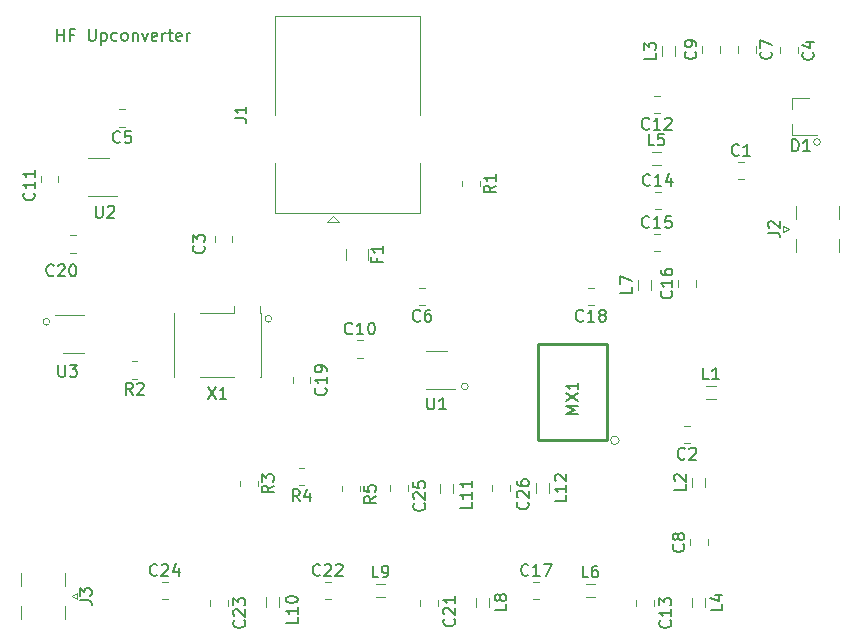
<source format=gbr>
%TF.GenerationSoftware,KiCad,Pcbnew,(5.1.10)-1*%
%TF.CreationDate,2021-08-21T15:59:26-07:00*%
%TF.ProjectId,upconverter,7570636f-6e76-4657-9274-65722e6b6963,rev?*%
%TF.SameCoordinates,Original*%
%TF.FileFunction,Legend,Top*%
%TF.FilePolarity,Positive*%
%FSLAX46Y46*%
G04 Gerber Fmt 4.6, Leading zero omitted, Abs format (unit mm)*
G04 Created by KiCad (PCBNEW (5.1.10)-1) date 2021-08-21 15:59:26*
%MOMM*%
%LPD*%
G01*
G04 APERTURE LIST*
%ADD10C,0.150000*%
%ADD11C,0.120000*%
%ADD12C,0.254000*%
%ADD13C,0.100000*%
G04 APERTURE END LIST*
D10*
X52364380Y-33726380D02*
X52364380Y-32726380D01*
X52364380Y-33202571D02*
X52935809Y-33202571D01*
X52935809Y-33726380D02*
X52935809Y-32726380D01*
X53745333Y-33202571D02*
X53412000Y-33202571D01*
X53412000Y-33726380D02*
X53412000Y-32726380D01*
X53888190Y-32726380D01*
X55031047Y-32726380D02*
X55031047Y-33535904D01*
X55078666Y-33631142D01*
X55126285Y-33678761D01*
X55221523Y-33726380D01*
X55412000Y-33726380D01*
X55507238Y-33678761D01*
X55554857Y-33631142D01*
X55602476Y-33535904D01*
X55602476Y-32726380D01*
X56078666Y-33059714D02*
X56078666Y-34059714D01*
X56078666Y-33107333D02*
X56173904Y-33059714D01*
X56364380Y-33059714D01*
X56459619Y-33107333D01*
X56507238Y-33154952D01*
X56554857Y-33250190D01*
X56554857Y-33535904D01*
X56507238Y-33631142D01*
X56459619Y-33678761D01*
X56364380Y-33726380D01*
X56173904Y-33726380D01*
X56078666Y-33678761D01*
X57412000Y-33678761D02*
X57316761Y-33726380D01*
X57126285Y-33726380D01*
X57031047Y-33678761D01*
X56983428Y-33631142D01*
X56935809Y-33535904D01*
X56935809Y-33250190D01*
X56983428Y-33154952D01*
X57031047Y-33107333D01*
X57126285Y-33059714D01*
X57316761Y-33059714D01*
X57412000Y-33107333D01*
X57983428Y-33726380D02*
X57888190Y-33678761D01*
X57840571Y-33631142D01*
X57792952Y-33535904D01*
X57792952Y-33250190D01*
X57840571Y-33154952D01*
X57888190Y-33107333D01*
X57983428Y-33059714D01*
X58126285Y-33059714D01*
X58221523Y-33107333D01*
X58269142Y-33154952D01*
X58316761Y-33250190D01*
X58316761Y-33535904D01*
X58269142Y-33631142D01*
X58221523Y-33678761D01*
X58126285Y-33726380D01*
X57983428Y-33726380D01*
X58745333Y-33059714D02*
X58745333Y-33726380D01*
X58745333Y-33154952D02*
X58792952Y-33107333D01*
X58888190Y-33059714D01*
X59031047Y-33059714D01*
X59126285Y-33107333D01*
X59173904Y-33202571D01*
X59173904Y-33726380D01*
X59554857Y-33059714D02*
X59792952Y-33726380D01*
X60031047Y-33059714D01*
X60792952Y-33678761D02*
X60697714Y-33726380D01*
X60507238Y-33726380D01*
X60412000Y-33678761D01*
X60364380Y-33583523D01*
X60364380Y-33202571D01*
X60412000Y-33107333D01*
X60507238Y-33059714D01*
X60697714Y-33059714D01*
X60792952Y-33107333D01*
X60840571Y-33202571D01*
X60840571Y-33297809D01*
X60364380Y-33393047D01*
X61269142Y-33726380D02*
X61269142Y-33059714D01*
X61269142Y-33250190D02*
X61316761Y-33154952D01*
X61364380Y-33107333D01*
X61459619Y-33059714D01*
X61554857Y-33059714D01*
X61745333Y-33059714D02*
X62126285Y-33059714D01*
X61888190Y-32726380D02*
X61888190Y-33583523D01*
X61935809Y-33678761D01*
X62031047Y-33726380D01*
X62126285Y-33726380D01*
X62840571Y-33678761D02*
X62745333Y-33726380D01*
X62554857Y-33726380D01*
X62459619Y-33678761D01*
X62412000Y-33583523D01*
X62412000Y-33202571D01*
X62459619Y-33107333D01*
X62554857Y-33059714D01*
X62745333Y-33059714D01*
X62840571Y-33107333D01*
X62888190Y-33202571D01*
X62888190Y-33297809D01*
X62412000Y-33393047D01*
X63316761Y-33726380D02*
X63316761Y-33059714D01*
X63316761Y-33250190D02*
X63364380Y-33154952D01*
X63412000Y-33107333D01*
X63507238Y-33059714D01*
X63602476Y-33059714D01*
D11*
X116967001Y-42291000D02*
G75*
G03*
X116967001Y-42291000I-283981J0D01*
G01*
X51718981Y-57531000D02*
G75*
G03*
X51718981Y-57531000I-283981J0D01*
G01*
X87151981Y-62992000D02*
G75*
G03*
X87151981Y-62992000I-283981J0D01*
G01*
X70514981Y-57277000D02*
G75*
G03*
X70514981Y-57277000I-283981J0D01*
G01*
%TO.C,J2*%
X114876000Y-48817000D02*
X114876000Y-47707000D01*
X114876000Y-51607000D02*
X114876000Y-50497000D01*
X118586000Y-48817000D02*
X118586000Y-47707000D01*
X118586000Y-51607000D02*
X118586000Y-50497000D01*
X114326000Y-49657000D02*
X113826000Y-49407000D01*
X113826000Y-49407000D02*
X113826000Y-49907000D01*
X113826000Y-49907000D02*
X114326000Y-49657000D01*
%TO.C,J3*%
X54068000Y-80522000D02*
X53568000Y-80772000D01*
X54068000Y-81022000D02*
X54068000Y-80522000D01*
X53568000Y-80772000D02*
X54068000Y-81022000D01*
X49308000Y-78822000D02*
X49308000Y-79932000D01*
X49308000Y-81612000D02*
X49308000Y-82722000D01*
X53018000Y-78822000D02*
X53018000Y-79932000D01*
X53018000Y-81612000D02*
X53018000Y-82722000D01*
%TO.C,C20*%
X53982252Y-51662000D02*
X53459748Y-51662000D01*
X53982252Y-50192000D02*
X53459748Y-50192000D01*
%TO.C,C1*%
X109974748Y-43969000D02*
X110497252Y-43969000D01*
X109974748Y-45439000D02*
X110497252Y-45439000D01*
%TO.C,C2*%
X105925252Y-66321000D02*
X105402748Y-66321000D01*
X105925252Y-67791000D02*
X105402748Y-67791000D01*
%TO.C,C3*%
X67156000Y-50223748D02*
X67156000Y-50746252D01*
X65686000Y-50223748D02*
X65686000Y-50746252D01*
%TO.C,C4*%
X113565000Y-34282748D02*
X113565000Y-34805252D01*
X115035000Y-34282748D02*
X115035000Y-34805252D01*
%TO.C,C5*%
X58112252Y-39524000D02*
X57589748Y-39524000D01*
X58112252Y-40994000D02*
X57589748Y-40994000D01*
%TO.C,C6*%
X83512252Y-56107000D02*
X82989748Y-56107000D01*
X83512252Y-54637000D02*
X82989748Y-54637000D01*
%TO.C,C7*%
X111479000Y-34216748D02*
X111479000Y-34739252D01*
X110009000Y-34216748D02*
X110009000Y-34739252D01*
%TO.C,C8*%
X105945000Y-76461252D02*
X105945000Y-75938748D01*
X107415000Y-76461252D02*
X107415000Y-75938748D01*
%TO.C,C9*%
X108431000Y-34739252D02*
X108431000Y-34216748D01*
X106961000Y-34739252D02*
X106961000Y-34216748D01*
%TO.C,C10*%
X77716748Y-60552000D02*
X78239252Y-60552000D01*
X77716748Y-59082000D02*
X78239252Y-59082000D01*
%TO.C,C11*%
X50954000Y-45666252D02*
X50954000Y-45143748D01*
X52424000Y-45666252D02*
X52424000Y-45143748D01*
%TO.C,C12*%
X103385252Y-38381000D02*
X102862748Y-38381000D01*
X103385252Y-39851000D02*
X102862748Y-39851000D01*
%TO.C,C13*%
X101373000Y-81084748D02*
X101373000Y-81607252D01*
X102843000Y-81084748D02*
X102843000Y-81607252D01*
%TO.C,C14*%
X102928748Y-46509000D02*
X103451252Y-46509000D01*
X102928748Y-47979000D02*
X103451252Y-47979000D01*
%TO.C,C15*%
X102862748Y-51535000D02*
X103385252Y-51535000D01*
X102862748Y-50065000D02*
X103385252Y-50065000D01*
%TO.C,C16*%
X106399000Y-54551252D02*
X106399000Y-54028748D01*
X104929000Y-54551252D02*
X104929000Y-54028748D01*
%TO.C,C17*%
X92636748Y-79529000D02*
X93159252Y-79529000D01*
X92636748Y-80999000D02*
X93159252Y-80999000D01*
%TO.C,C18*%
X97797252Y-54637000D02*
X97274748Y-54637000D01*
X97797252Y-56107000D02*
X97274748Y-56107000D01*
%TO.C,C19*%
X72290000Y-62222748D02*
X72290000Y-62745252D01*
X73760000Y-62222748D02*
X73760000Y-62745252D01*
%TO.C,C21*%
X83085000Y-81084748D02*
X83085000Y-81607252D01*
X84555000Y-81084748D02*
X84555000Y-81607252D01*
%TO.C,C22*%
X74988748Y-79529000D02*
X75511252Y-79529000D01*
X74988748Y-80999000D02*
X75511252Y-80999000D01*
%TO.C,C23*%
X66775000Y-81084748D02*
X66775000Y-81607252D01*
X65305000Y-81084748D02*
X65305000Y-81607252D01*
%TO.C,C24*%
X61206748Y-80999000D02*
X61729252Y-80999000D01*
X61206748Y-79529000D02*
X61729252Y-79529000D01*
%TO.C,C25*%
X80545000Y-71366748D02*
X80545000Y-71889252D01*
X82015000Y-71366748D02*
X82015000Y-71889252D01*
%TO.C,C26*%
X89181000Y-71889252D02*
X89181000Y-71366748D01*
X90651000Y-71889252D02*
X90651000Y-71366748D01*
%TO.C,D1*%
X114540000Y-38552000D02*
X116000000Y-38552000D01*
X114540000Y-41712000D02*
X116700000Y-41712000D01*
X114540000Y-41712000D02*
X114540000Y-40782000D01*
X114540000Y-38552000D02*
X114540000Y-39482000D01*
%TO.C,F1*%
X76814000Y-51325545D02*
X76814000Y-52306455D01*
X78634000Y-51325545D02*
X78634000Y-52306455D01*
%TO.C,J1*%
X76192000Y-49056000D02*
X75692000Y-48556000D01*
X75192000Y-49056000D02*
X76192000Y-49056000D01*
X75692000Y-48556000D02*
X75192000Y-49056000D01*
X83102000Y-31616000D02*
X83102000Y-39976000D01*
X70782000Y-31616000D02*
X83102000Y-31616000D01*
X70782000Y-39976000D02*
X70782000Y-31616000D01*
X83102000Y-48336000D02*
X83102000Y-44076000D01*
X70782000Y-48336000D02*
X83102000Y-48336000D01*
X70782000Y-44076000D02*
X70782000Y-48336000D01*
%TO.C,L1*%
X107296378Y-64060000D02*
X108095622Y-64060000D01*
X107296378Y-62940000D02*
X108095622Y-62940000D01*
%TO.C,L2*%
X106120000Y-71519622D02*
X106120000Y-70720378D01*
X107240000Y-71519622D02*
X107240000Y-70720378D01*
%TO.C,L3*%
X103580000Y-34990122D02*
X103580000Y-34190878D01*
X104700000Y-34990122D02*
X104700000Y-34190878D01*
%TO.C,L4*%
X106120000Y-80880378D02*
X106120000Y-81679622D01*
X107240000Y-80880378D02*
X107240000Y-81679622D01*
%TO.C,L5*%
X102677878Y-44248000D02*
X103477122Y-44248000D01*
X102677878Y-43128000D02*
X103477122Y-43128000D01*
%TO.C,L6*%
X97089878Y-79704000D02*
X97889122Y-79704000D01*
X97089878Y-80824000D02*
X97889122Y-80824000D01*
%TO.C,L7*%
X101548000Y-54802122D02*
X101548000Y-54002878D01*
X102668000Y-54802122D02*
X102668000Y-54002878D01*
%TO.C,L8*%
X87832000Y-80880378D02*
X87832000Y-81679622D01*
X88952000Y-80880378D02*
X88952000Y-81679622D01*
%TO.C,L9*%
X79309878Y-80824000D02*
X80109122Y-80824000D01*
X79309878Y-79704000D02*
X80109122Y-79704000D01*
%TO.C,L10*%
X71172000Y-80833878D02*
X71172000Y-81633122D01*
X70052000Y-80833878D02*
X70052000Y-81633122D01*
%TO.C,L11*%
X84784000Y-71228378D02*
X84784000Y-72027622D01*
X85904000Y-71228378D02*
X85904000Y-72027622D01*
%TO.C,L12*%
X94032000Y-71181878D02*
X94032000Y-71981122D01*
X92912000Y-71181878D02*
X92912000Y-71981122D01*
D12*
%TO.C,MX1*%
X93091000Y-67564000D02*
X93091000Y-59436000D01*
X93091000Y-59436000D02*
X98933000Y-59436000D01*
X98933000Y-59436000D02*
X98933000Y-67564000D01*
X98933000Y-67564000D02*
X93091000Y-67564000D01*
D13*
X99927200Y-67564000D02*
G75*
G03*
X99927200Y-67564000I-359200J0D01*
G01*
D11*
%TO.C,R1*%
X88111000Y-45596436D02*
X88111000Y-46050564D01*
X86641000Y-45596436D02*
X86641000Y-46050564D01*
%TO.C,R2*%
X59131564Y-62330000D02*
X58677436Y-62330000D01*
X59131564Y-60860000D02*
X58677436Y-60860000D01*
%TO.C,R3*%
X67845000Y-70996436D02*
X67845000Y-71450564D01*
X69315000Y-70996436D02*
X69315000Y-71450564D01*
%TO.C,R4*%
X73275564Y-69877000D02*
X72821436Y-69877000D01*
X73275564Y-71347000D02*
X72821436Y-71347000D01*
%TO.C,R5*%
X77951000Y-71400936D02*
X77951000Y-71855064D01*
X76481000Y-71400936D02*
X76481000Y-71855064D01*
%TO.C,U1*%
X83555000Y-63205000D02*
X86005000Y-63205000D01*
X85355000Y-59985000D02*
X83555000Y-59985000D01*
%TO.C,U2*%
X56737000Y-43663000D02*
X54937000Y-43663000D01*
X54937000Y-46883000D02*
X57387000Y-46883000D01*
%TO.C,U3*%
X54621000Y-56937000D02*
X52171000Y-56937000D01*
X52821000Y-60157000D02*
X54621000Y-60157000D01*
%TO.C,X1*%
X67353000Y-56795000D02*
X67353000Y-56195000D01*
X64473000Y-56795000D02*
X67353000Y-56795000D01*
X69613000Y-62195000D02*
X69553000Y-62195000D01*
X69613000Y-56795000D02*
X69613000Y-62195000D01*
X69553000Y-56795000D02*
X69613000Y-56795000D01*
X69553000Y-56195000D02*
X69553000Y-56795000D01*
X67353000Y-62195000D02*
X64473000Y-62195000D01*
X62213000Y-56795000D02*
X62273000Y-56795000D01*
X62213000Y-62195000D02*
X62213000Y-56795000D01*
X62273000Y-62195000D02*
X62213000Y-62195000D01*
%TO.C,J2*%
D10*
X112538380Y-49990333D02*
X113252666Y-49990333D01*
X113395523Y-50037952D01*
X113490761Y-50133190D01*
X113538380Y-50276047D01*
X113538380Y-50371285D01*
X112633619Y-49561761D02*
X112586000Y-49514142D01*
X112538380Y-49418904D01*
X112538380Y-49180809D01*
X112586000Y-49085571D01*
X112633619Y-49037952D01*
X112728857Y-48990333D01*
X112824095Y-48990333D01*
X112966952Y-49037952D01*
X113538380Y-49609380D01*
X113538380Y-48990333D01*
%TO.C,J3*%
X54260380Y-81105333D02*
X54974666Y-81105333D01*
X55117523Y-81152952D01*
X55212761Y-81248190D01*
X55260380Y-81391047D01*
X55260380Y-81486285D01*
X54260380Y-80724380D02*
X54260380Y-80105333D01*
X54641333Y-80438666D01*
X54641333Y-80295809D01*
X54688952Y-80200571D01*
X54736571Y-80152952D01*
X54831809Y-80105333D01*
X55069904Y-80105333D01*
X55165142Y-80152952D01*
X55212761Y-80200571D01*
X55260380Y-80295809D01*
X55260380Y-80581523D01*
X55212761Y-80676761D01*
X55165142Y-80724380D01*
%TO.C,C20*%
X52062142Y-53570142D02*
X52014523Y-53617761D01*
X51871666Y-53665380D01*
X51776428Y-53665380D01*
X51633571Y-53617761D01*
X51538333Y-53522523D01*
X51490714Y-53427285D01*
X51443095Y-53236809D01*
X51443095Y-53093952D01*
X51490714Y-52903476D01*
X51538333Y-52808238D01*
X51633571Y-52713000D01*
X51776428Y-52665380D01*
X51871666Y-52665380D01*
X52014523Y-52713000D01*
X52062142Y-52760619D01*
X52443095Y-52760619D02*
X52490714Y-52713000D01*
X52585952Y-52665380D01*
X52824047Y-52665380D01*
X52919285Y-52713000D01*
X52966904Y-52760619D01*
X53014523Y-52855857D01*
X53014523Y-52951095D01*
X52966904Y-53093952D01*
X52395476Y-53665380D01*
X53014523Y-53665380D01*
X53633571Y-52665380D02*
X53728809Y-52665380D01*
X53824047Y-52713000D01*
X53871666Y-52760619D01*
X53919285Y-52855857D01*
X53966904Y-53046333D01*
X53966904Y-53284428D01*
X53919285Y-53474904D01*
X53871666Y-53570142D01*
X53824047Y-53617761D01*
X53728809Y-53665380D01*
X53633571Y-53665380D01*
X53538333Y-53617761D01*
X53490714Y-53570142D01*
X53443095Y-53474904D01*
X53395476Y-53284428D01*
X53395476Y-53046333D01*
X53443095Y-52855857D01*
X53490714Y-52760619D01*
X53538333Y-52713000D01*
X53633571Y-52665380D01*
%TO.C,C1*%
X110069333Y-43381142D02*
X110021714Y-43428761D01*
X109878857Y-43476380D01*
X109783619Y-43476380D01*
X109640761Y-43428761D01*
X109545523Y-43333523D01*
X109497904Y-43238285D01*
X109450285Y-43047809D01*
X109450285Y-42904952D01*
X109497904Y-42714476D01*
X109545523Y-42619238D01*
X109640761Y-42524000D01*
X109783619Y-42476380D01*
X109878857Y-42476380D01*
X110021714Y-42524000D01*
X110069333Y-42571619D01*
X111021714Y-43476380D02*
X110450285Y-43476380D01*
X110736000Y-43476380D02*
X110736000Y-42476380D01*
X110640761Y-42619238D01*
X110545523Y-42714476D01*
X110450285Y-42762095D01*
%TO.C,C2*%
X105497333Y-69093142D02*
X105449714Y-69140761D01*
X105306857Y-69188380D01*
X105211619Y-69188380D01*
X105068761Y-69140761D01*
X104973523Y-69045523D01*
X104925904Y-68950285D01*
X104878285Y-68759809D01*
X104878285Y-68616952D01*
X104925904Y-68426476D01*
X104973523Y-68331238D01*
X105068761Y-68236000D01*
X105211619Y-68188380D01*
X105306857Y-68188380D01*
X105449714Y-68236000D01*
X105497333Y-68283619D01*
X105878285Y-68283619D02*
X105925904Y-68236000D01*
X106021142Y-68188380D01*
X106259238Y-68188380D01*
X106354476Y-68236000D01*
X106402095Y-68283619D01*
X106449714Y-68378857D01*
X106449714Y-68474095D01*
X106402095Y-68616952D01*
X105830666Y-69188380D01*
X106449714Y-69188380D01*
%TO.C,C3*%
X64746142Y-51093666D02*
X64793761Y-51141285D01*
X64841380Y-51284142D01*
X64841380Y-51379380D01*
X64793761Y-51522238D01*
X64698523Y-51617476D01*
X64603285Y-51665095D01*
X64412809Y-51712714D01*
X64269952Y-51712714D01*
X64079476Y-51665095D01*
X63984238Y-51617476D01*
X63889000Y-51522238D01*
X63841380Y-51379380D01*
X63841380Y-51284142D01*
X63889000Y-51141285D01*
X63936619Y-51093666D01*
X63841380Y-50760333D02*
X63841380Y-50141285D01*
X64222333Y-50474619D01*
X64222333Y-50331761D01*
X64269952Y-50236523D01*
X64317571Y-50188904D01*
X64412809Y-50141285D01*
X64650904Y-50141285D01*
X64746142Y-50188904D01*
X64793761Y-50236523D01*
X64841380Y-50331761D01*
X64841380Y-50617476D01*
X64793761Y-50712714D01*
X64746142Y-50760333D01*
%TO.C,C4*%
X116337142Y-34710666D02*
X116384761Y-34758285D01*
X116432380Y-34901142D01*
X116432380Y-34996380D01*
X116384761Y-35139238D01*
X116289523Y-35234476D01*
X116194285Y-35282095D01*
X116003809Y-35329714D01*
X115860952Y-35329714D01*
X115670476Y-35282095D01*
X115575238Y-35234476D01*
X115480000Y-35139238D01*
X115432380Y-34996380D01*
X115432380Y-34901142D01*
X115480000Y-34758285D01*
X115527619Y-34710666D01*
X115765714Y-33853523D02*
X116432380Y-33853523D01*
X115384761Y-34091619D02*
X116099047Y-34329714D01*
X116099047Y-33710666D01*
%TO.C,C5*%
X57684333Y-42296142D02*
X57636714Y-42343761D01*
X57493857Y-42391380D01*
X57398619Y-42391380D01*
X57255761Y-42343761D01*
X57160523Y-42248523D01*
X57112904Y-42153285D01*
X57065285Y-41962809D01*
X57065285Y-41819952D01*
X57112904Y-41629476D01*
X57160523Y-41534238D01*
X57255761Y-41439000D01*
X57398619Y-41391380D01*
X57493857Y-41391380D01*
X57636714Y-41439000D01*
X57684333Y-41486619D01*
X58589095Y-41391380D02*
X58112904Y-41391380D01*
X58065285Y-41867571D01*
X58112904Y-41819952D01*
X58208142Y-41772333D01*
X58446238Y-41772333D01*
X58541476Y-41819952D01*
X58589095Y-41867571D01*
X58636714Y-41962809D01*
X58636714Y-42200904D01*
X58589095Y-42296142D01*
X58541476Y-42343761D01*
X58446238Y-42391380D01*
X58208142Y-42391380D01*
X58112904Y-42343761D01*
X58065285Y-42296142D01*
%TO.C,C6*%
X83084333Y-57409142D02*
X83036714Y-57456761D01*
X82893857Y-57504380D01*
X82798619Y-57504380D01*
X82655761Y-57456761D01*
X82560523Y-57361523D01*
X82512904Y-57266285D01*
X82465285Y-57075809D01*
X82465285Y-56932952D01*
X82512904Y-56742476D01*
X82560523Y-56647238D01*
X82655761Y-56552000D01*
X82798619Y-56504380D01*
X82893857Y-56504380D01*
X83036714Y-56552000D01*
X83084333Y-56599619D01*
X83941476Y-56504380D02*
X83751000Y-56504380D01*
X83655761Y-56552000D01*
X83608142Y-56599619D01*
X83512904Y-56742476D01*
X83465285Y-56932952D01*
X83465285Y-57313904D01*
X83512904Y-57409142D01*
X83560523Y-57456761D01*
X83655761Y-57504380D01*
X83846238Y-57504380D01*
X83941476Y-57456761D01*
X83989095Y-57409142D01*
X84036714Y-57313904D01*
X84036714Y-57075809D01*
X83989095Y-56980571D01*
X83941476Y-56932952D01*
X83846238Y-56885333D01*
X83655761Y-56885333D01*
X83560523Y-56932952D01*
X83512904Y-56980571D01*
X83465285Y-57075809D01*
%TO.C,C7*%
X112781142Y-34644666D02*
X112828761Y-34692285D01*
X112876380Y-34835142D01*
X112876380Y-34930380D01*
X112828761Y-35073238D01*
X112733523Y-35168476D01*
X112638285Y-35216095D01*
X112447809Y-35263714D01*
X112304952Y-35263714D01*
X112114476Y-35216095D01*
X112019238Y-35168476D01*
X111924000Y-35073238D01*
X111876380Y-34930380D01*
X111876380Y-34835142D01*
X111924000Y-34692285D01*
X111971619Y-34644666D01*
X111876380Y-34311333D02*
X111876380Y-33644666D01*
X112876380Y-34073238D01*
%TO.C,C8*%
X105357142Y-76366666D02*
X105404761Y-76414285D01*
X105452380Y-76557142D01*
X105452380Y-76652380D01*
X105404761Y-76795238D01*
X105309523Y-76890476D01*
X105214285Y-76938095D01*
X105023809Y-76985714D01*
X104880952Y-76985714D01*
X104690476Y-76938095D01*
X104595238Y-76890476D01*
X104500000Y-76795238D01*
X104452380Y-76652380D01*
X104452380Y-76557142D01*
X104500000Y-76414285D01*
X104547619Y-76366666D01*
X104880952Y-75795238D02*
X104833333Y-75890476D01*
X104785714Y-75938095D01*
X104690476Y-75985714D01*
X104642857Y-75985714D01*
X104547619Y-75938095D01*
X104500000Y-75890476D01*
X104452380Y-75795238D01*
X104452380Y-75604761D01*
X104500000Y-75509523D01*
X104547619Y-75461904D01*
X104642857Y-75414285D01*
X104690476Y-75414285D01*
X104785714Y-75461904D01*
X104833333Y-75509523D01*
X104880952Y-75604761D01*
X104880952Y-75795238D01*
X104928571Y-75890476D01*
X104976190Y-75938095D01*
X105071428Y-75985714D01*
X105261904Y-75985714D01*
X105357142Y-75938095D01*
X105404761Y-75890476D01*
X105452380Y-75795238D01*
X105452380Y-75604761D01*
X105404761Y-75509523D01*
X105357142Y-75461904D01*
X105261904Y-75414285D01*
X105071428Y-75414285D01*
X104976190Y-75461904D01*
X104928571Y-75509523D01*
X104880952Y-75604761D01*
%TO.C,C9*%
X106373142Y-34644666D02*
X106420761Y-34692285D01*
X106468380Y-34835142D01*
X106468380Y-34930380D01*
X106420761Y-35073238D01*
X106325523Y-35168476D01*
X106230285Y-35216095D01*
X106039809Y-35263714D01*
X105896952Y-35263714D01*
X105706476Y-35216095D01*
X105611238Y-35168476D01*
X105516000Y-35073238D01*
X105468380Y-34930380D01*
X105468380Y-34835142D01*
X105516000Y-34692285D01*
X105563619Y-34644666D01*
X106468380Y-34168476D02*
X106468380Y-33978000D01*
X106420761Y-33882761D01*
X106373142Y-33835142D01*
X106230285Y-33739904D01*
X106039809Y-33692285D01*
X105658857Y-33692285D01*
X105563619Y-33739904D01*
X105516000Y-33787523D01*
X105468380Y-33882761D01*
X105468380Y-34073238D01*
X105516000Y-34168476D01*
X105563619Y-34216095D01*
X105658857Y-34263714D01*
X105896952Y-34263714D01*
X105992190Y-34216095D01*
X106039809Y-34168476D01*
X106087428Y-34073238D01*
X106087428Y-33882761D01*
X106039809Y-33787523D01*
X105992190Y-33739904D01*
X105896952Y-33692285D01*
%TO.C,C10*%
X77335142Y-58494142D02*
X77287523Y-58541761D01*
X77144666Y-58589380D01*
X77049428Y-58589380D01*
X76906571Y-58541761D01*
X76811333Y-58446523D01*
X76763714Y-58351285D01*
X76716095Y-58160809D01*
X76716095Y-58017952D01*
X76763714Y-57827476D01*
X76811333Y-57732238D01*
X76906571Y-57637000D01*
X77049428Y-57589380D01*
X77144666Y-57589380D01*
X77287523Y-57637000D01*
X77335142Y-57684619D01*
X78287523Y-58589380D02*
X77716095Y-58589380D01*
X78001809Y-58589380D02*
X78001809Y-57589380D01*
X77906571Y-57732238D01*
X77811333Y-57827476D01*
X77716095Y-57875095D01*
X78906571Y-57589380D02*
X79001809Y-57589380D01*
X79097047Y-57637000D01*
X79144666Y-57684619D01*
X79192285Y-57779857D01*
X79239904Y-57970333D01*
X79239904Y-58208428D01*
X79192285Y-58398904D01*
X79144666Y-58494142D01*
X79097047Y-58541761D01*
X79001809Y-58589380D01*
X78906571Y-58589380D01*
X78811333Y-58541761D01*
X78763714Y-58494142D01*
X78716095Y-58398904D01*
X78668476Y-58208428D01*
X78668476Y-57970333D01*
X78716095Y-57779857D01*
X78763714Y-57684619D01*
X78811333Y-57637000D01*
X78906571Y-57589380D01*
%TO.C,C11*%
X50366142Y-46616857D02*
X50413761Y-46664476D01*
X50461380Y-46807333D01*
X50461380Y-46902571D01*
X50413761Y-47045428D01*
X50318523Y-47140666D01*
X50223285Y-47188285D01*
X50032809Y-47235904D01*
X49889952Y-47235904D01*
X49699476Y-47188285D01*
X49604238Y-47140666D01*
X49509000Y-47045428D01*
X49461380Y-46902571D01*
X49461380Y-46807333D01*
X49509000Y-46664476D01*
X49556619Y-46616857D01*
X50461380Y-45664476D02*
X50461380Y-46235904D01*
X50461380Y-45950190D02*
X49461380Y-45950190D01*
X49604238Y-46045428D01*
X49699476Y-46140666D01*
X49747095Y-46235904D01*
X50461380Y-44712095D02*
X50461380Y-45283523D01*
X50461380Y-44997809D02*
X49461380Y-44997809D01*
X49604238Y-45093047D01*
X49699476Y-45188285D01*
X49747095Y-45283523D01*
%TO.C,C12*%
X102481142Y-41153142D02*
X102433523Y-41200761D01*
X102290666Y-41248380D01*
X102195428Y-41248380D01*
X102052571Y-41200761D01*
X101957333Y-41105523D01*
X101909714Y-41010285D01*
X101862095Y-40819809D01*
X101862095Y-40676952D01*
X101909714Y-40486476D01*
X101957333Y-40391238D01*
X102052571Y-40296000D01*
X102195428Y-40248380D01*
X102290666Y-40248380D01*
X102433523Y-40296000D01*
X102481142Y-40343619D01*
X103433523Y-41248380D02*
X102862095Y-41248380D01*
X103147809Y-41248380D02*
X103147809Y-40248380D01*
X103052571Y-40391238D01*
X102957333Y-40486476D01*
X102862095Y-40534095D01*
X103814476Y-40343619D02*
X103862095Y-40296000D01*
X103957333Y-40248380D01*
X104195428Y-40248380D01*
X104290666Y-40296000D01*
X104338285Y-40343619D01*
X104385904Y-40438857D01*
X104385904Y-40534095D01*
X104338285Y-40676952D01*
X103766857Y-41248380D01*
X104385904Y-41248380D01*
%TO.C,C13*%
X104243142Y-82811857D02*
X104290761Y-82859476D01*
X104338380Y-83002333D01*
X104338380Y-83097571D01*
X104290761Y-83240428D01*
X104195523Y-83335666D01*
X104100285Y-83383285D01*
X103909809Y-83430904D01*
X103766952Y-83430904D01*
X103576476Y-83383285D01*
X103481238Y-83335666D01*
X103386000Y-83240428D01*
X103338380Y-83097571D01*
X103338380Y-83002333D01*
X103386000Y-82859476D01*
X103433619Y-82811857D01*
X104338380Y-81859476D02*
X104338380Y-82430904D01*
X104338380Y-82145190D02*
X103338380Y-82145190D01*
X103481238Y-82240428D01*
X103576476Y-82335666D01*
X103624095Y-82430904D01*
X103338380Y-81526142D02*
X103338380Y-80907095D01*
X103719333Y-81240428D01*
X103719333Y-81097571D01*
X103766952Y-81002333D01*
X103814571Y-80954714D01*
X103909809Y-80907095D01*
X104147904Y-80907095D01*
X104243142Y-80954714D01*
X104290761Y-81002333D01*
X104338380Y-81097571D01*
X104338380Y-81383285D01*
X104290761Y-81478523D01*
X104243142Y-81526142D01*
%TO.C,C14*%
X102547142Y-45921142D02*
X102499523Y-45968761D01*
X102356666Y-46016380D01*
X102261428Y-46016380D01*
X102118571Y-45968761D01*
X102023333Y-45873523D01*
X101975714Y-45778285D01*
X101928095Y-45587809D01*
X101928095Y-45444952D01*
X101975714Y-45254476D01*
X102023333Y-45159238D01*
X102118571Y-45064000D01*
X102261428Y-45016380D01*
X102356666Y-45016380D01*
X102499523Y-45064000D01*
X102547142Y-45111619D01*
X103499523Y-46016380D02*
X102928095Y-46016380D01*
X103213809Y-46016380D02*
X103213809Y-45016380D01*
X103118571Y-45159238D01*
X103023333Y-45254476D01*
X102928095Y-45302095D01*
X104356666Y-45349714D02*
X104356666Y-46016380D01*
X104118571Y-44968761D02*
X103880476Y-45683047D01*
X104499523Y-45683047D01*
%TO.C,C15*%
X102481142Y-49477142D02*
X102433523Y-49524761D01*
X102290666Y-49572380D01*
X102195428Y-49572380D01*
X102052571Y-49524761D01*
X101957333Y-49429523D01*
X101909714Y-49334285D01*
X101862095Y-49143809D01*
X101862095Y-49000952D01*
X101909714Y-48810476D01*
X101957333Y-48715238D01*
X102052571Y-48620000D01*
X102195428Y-48572380D01*
X102290666Y-48572380D01*
X102433523Y-48620000D01*
X102481142Y-48667619D01*
X103433523Y-49572380D02*
X102862095Y-49572380D01*
X103147809Y-49572380D02*
X103147809Y-48572380D01*
X103052571Y-48715238D01*
X102957333Y-48810476D01*
X102862095Y-48858095D01*
X104338285Y-48572380D02*
X103862095Y-48572380D01*
X103814476Y-49048571D01*
X103862095Y-49000952D01*
X103957333Y-48953333D01*
X104195428Y-48953333D01*
X104290666Y-49000952D01*
X104338285Y-49048571D01*
X104385904Y-49143809D01*
X104385904Y-49381904D01*
X104338285Y-49477142D01*
X104290666Y-49524761D01*
X104195428Y-49572380D01*
X103957333Y-49572380D01*
X103862095Y-49524761D01*
X103814476Y-49477142D01*
%TO.C,C16*%
X104341142Y-54932857D02*
X104388761Y-54980476D01*
X104436380Y-55123333D01*
X104436380Y-55218571D01*
X104388761Y-55361428D01*
X104293523Y-55456666D01*
X104198285Y-55504285D01*
X104007809Y-55551904D01*
X103864952Y-55551904D01*
X103674476Y-55504285D01*
X103579238Y-55456666D01*
X103484000Y-55361428D01*
X103436380Y-55218571D01*
X103436380Y-55123333D01*
X103484000Y-54980476D01*
X103531619Y-54932857D01*
X104436380Y-53980476D02*
X104436380Y-54551904D01*
X104436380Y-54266190D02*
X103436380Y-54266190D01*
X103579238Y-54361428D01*
X103674476Y-54456666D01*
X103722095Y-54551904D01*
X103436380Y-53123333D02*
X103436380Y-53313809D01*
X103484000Y-53409047D01*
X103531619Y-53456666D01*
X103674476Y-53551904D01*
X103864952Y-53599523D01*
X104245904Y-53599523D01*
X104341142Y-53551904D01*
X104388761Y-53504285D01*
X104436380Y-53409047D01*
X104436380Y-53218571D01*
X104388761Y-53123333D01*
X104341142Y-53075714D01*
X104245904Y-53028095D01*
X104007809Y-53028095D01*
X103912571Y-53075714D01*
X103864952Y-53123333D01*
X103817333Y-53218571D01*
X103817333Y-53409047D01*
X103864952Y-53504285D01*
X103912571Y-53551904D01*
X104007809Y-53599523D01*
%TO.C,C17*%
X92255142Y-78941142D02*
X92207523Y-78988761D01*
X92064666Y-79036380D01*
X91969428Y-79036380D01*
X91826571Y-78988761D01*
X91731333Y-78893523D01*
X91683714Y-78798285D01*
X91636095Y-78607809D01*
X91636095Y-78464952D01*
X91683714Y-78274476D01*
X91731333Y-78179238D01*
X91826571Y-78084000D01*
X91969428Y-78036380D01*
X92064666Y-78036380D01*
X92207523Y-78084000D01*
X92255142Y-78131619D01*
X93207523Y-79036380D02*
X92636095Y-79036380D01*
X92921809Y-79036380D02*
X92921809Y-78036380D01*
X92826571Y-78179238D01*
X92731333Y-78274476D01*
X92636095Y-78322095D01*
X93540857Y-78036380D02*
X94207523Y-78036380D01*
X93778952Y-79036380D01*
%TO.C,C18*%
X96893142Y-57409142D02*
X96845523Y-57456761D01*
X96702666Y-57504380D01*
X96607428Y-57504380D01*
X96464571Y-57456761D01*
X96369333Y-57361523D01*
X96321714Y-57266285D01*
X96274095Y-57075809D01*
X96274095Y-56932952D01*
X96321714Y-56742476D01*
X96369333Y-56647238D01*
X96464571Y-56552000D01*
X96607428Y-56504380D01*
X96702666Y-56504380D01*
X96845523Y-56552000D01*
X96893142Y-56599619D01*
X97845523Y-57504380D02*
X97274095Y-57504380D01*
X97559809Y-57504380D02*
X97559809Y-56504380D01*
X97464571Y-56647238D01*
X97369333Y-56742476D01*
X97274095Y-56790095D01*
X98416952Y-56932952D02*
X98321714Y-56885333D01*
X98274095Y-56837714D01*
X98226476Y-56742476D01*
X98226476Y-56694857D01*
X98274095Y-56599619D01*
X98321714Y-56552000D01*
X98416952Y-56504380D01*
X98607428Y-56504380D01*
X98702666Y-56552000D01*
X98750285Y-56599619D01*
X98797904Y-56694857D01*
X98797904Y-56742476D01*
X98750285Y-56837714D01*
X98702666Y-56885333D01*
X98607428Y-56932952D01*
X98416952Y-56932952D01*
X98321714Y-56980571D01*
X98274095Y-57028190D01*
X98226476Y-57123428D01*
X98226476Y-57313904D01*
X98274095Y-57409142D01*
X98321714Y-57456761D01*
X98416952Y-57504380D01*
X98607428Y-57504380D01*
X98702666Y-57456761D01*
X98750285Y-57409142D01*
X98797904Y-57313904D01*
X98797904Y-57123428D01*
X98750285Y-57028190D01*
X98702666Y-56980571D01*
X98607428Y-56932952D01*
%TO.C,C19*%
X75062142Y-63126857D02*
X75109761Y-63174476D01*
X75157380Y-63317333D01*
X75157380Y-63412571D01*
X75109761Y-63555428D01*
X75014523Y-63650666D01*
X74919285Y-63698285D01*
X74728809Y-63745904D01*
X74585952Y-63745904D01*
X74395476Y-63698285D01*
X74300238Y-63650666D01*
X74205000Y-63555428D01*
X74157380Y-63412571D01*
X74157380Y-63317333D01*
X74205000Y-63174476D01*
X74252619Y-63126857D01*
X75157380Y-62174476D02*
X75157380Y-62745904D01*
X75157380Y-62460190D02*
X74157380Y-62460190D01*
X74300238Y-62555428D01*
X74395476Y-62650666D01*
X74443095Y-62745904D01*
X75157380Y-61698285D02*
X75157380Y-61507809D01*
X75109761Y-61412571D01*
X75062142Y-61364952D01*
X74919285Y-61269714D01*
X74728809Y-61222095D01*
X74347857Y-61222095D01*
X74252619Y-61269714D01*
X74205000Y-61317333D01*
X74157380Y-61412571D01*
X74157380Y-61603047D01*
X74205000Y-61698285D01*
X74252619Y-61745904D01*
X74347857Y-61793523D01*
X74585952Y-61793523D01*
X74681190Y-61745904D01*
X74728809Y-61698285D01*
X74776428Y-61603047D01*
X74776428Y-61412571D01*
X74728809Y-61317333D01*
X74681190Y-61269714D01*
X74585952Y-61222095D01*
%TO.C,C21*%
X85955142Y-82684857D02*
X86002761Y-82732476D01*
X86050380Y-82875333D01*
X86050380Y-82970571D01*
X86002761Y-83113428D01*
X85907523Y-83208666D01*
X85812285Y-83256285D01*
X85621809Y-83303904D01*
X85478952Y-83303904D01*
X85288476Y-83256285D01*
X85193238Y-83208666D01*
X85098000Y-83113428D01*
X85050380Y-82970571D01*
X85050380Y-82875333D01*
X85098000Y-82732476D01*
X85145619Y-82684857D01*
X85145619Y-82303904D02*
X85098000Y-82256285D01*
X85050380Y-82161047D01*
X85050380Y-81922952D01*
X85098000Y-81827714D01*
X85145619Y-81780095D01*
X85240857Y-81732476D01*
X85336095Y-81732476D01*
X85478952Y-81780095D01*
X86050380Y-82351523D01*
X86050380Y-81732476D01*
X86050380Y-80780095D02*
X86050380Y-81351523D01*
X86050380Y-81065809D02*
X85050380Y-81065809D01*
X85193238Y-81161047D01*
X85288476Y-81256285D01*
X85336095Y-81351523D01*
%TO.C,C22*%
X74607142Y-78941142D02*
X74559523Y-78988761D01*
X74416666Y-79036380D01*
X74321428Y-79036380D01*
X74178571Y-78988761D01*
X74083333Y-78893523D01*
X74035714Y-78798285D01*
X73988095Y-78607809D01*
X73988095Y-78464952D01*
X74035714Y-78274476D01*
X74083333Y-78179238D01*
X74178571Y-78084000D01*
X74321428Y-78036380D01*
X74416666Y-78036380D01*
X74559523Y-78084000D01*
X74607142Y-78131619D01*
X74988095Y-78131619D02*
X75035714Y-78084000D01*
X75130952Y-78036380D01*
X75369047Y-78036380D01*
X75464285Y-78084000D01*
X75511904Y-78131619D01*
X75559523Y-78226857D01*
X75559523Y-78322095D01*
X75511904Y-78464952D01*
X74940476Y-79036380D01*
X75559523Y-79036380D01*
X75940476Y-78131619D02*
X75988095Y-78084000D01*
X76083333Y-78036380D01*
X76321428Y-78036380D01*
X76416666Y-78084000D01*
X76464285Y-78131619D01*
X76511904Y-78226857D01*
X76511904Y-78322095D01*
X76464285Y-78464952D01*
X75892857Y-79036380D01*
X76511904Y-79036380D01*
%TO.C,C23*%
X68175142Y-82811857D02*
X68222761Y-82859476D01*
X68270380Y-83002333D01*
X68270380Y-83097571D01*
X68222761Y-83240428D01*
X68127523Y-83335666D01*
X68032285Y-83383285D01*
X67841809Y-83430904D01*
X67698952Y-83430904D01*
X67508476Y-83383285D01*
X67413238Y-83335666D01*
X67318000Y-83240428D01*
X67270380Y-83097571D01*
X67270380Y-83002333D01*
X67318000Y-82859476D01*
X67365619Y-82811857D01*
X67365619Y-82430904D02*
X67318000Y-82383285D01*
X67270380Y-82288047D01*
X67270380Y-82049952D01*
X67318000Y-81954714D01*
X67365619Y-81907095D01*
X67460857Y-81859476D01*
X67556095Y-81859476D01*
X67698952Y-81907095D01*
X68270380Y-82478523D01*
X68270380Y-81859476D01*
X67270380Y-81526142D02*
X67270380Y-80907095D01*
X67651333Y-81240428D01*
X67651333Y-81097571D01*
X67698952Y-81002333D01*
X67746571Y-80954714D01*
X67841809Y-80907095D01*
X68079904Y-80907095D01*
X68175142Y-80954714D01*
X68222761Y-81002333D01*
X68270380Y-81097571D01*
X68270380Y-81383285D01*
X68222761Y-81478523D01*
X68175142Y-81526142D01*
%TO.C,C24*%
X60825142Y-78941142D02*
X60777523Y-78988761D01*
X60634666Y-79036380D01*
X60539428Y-79036380D01*
X60396571Y-78988761D01*
X60301333Y-78893523D01*
X60253714Y-78798285D01*
X60206095Y-78607809D01*
X60206095Y-78464952D01*
X60253714Y-78274476D01*
X60301333Y-78179238D01*
X60396571Y-78084000D01*
X60539428Y-78036380D01*
X60634666Y-78036380D01*
X60777523Y-78084000D01*
X60825142Y-78131619D01*
X61206095Y-78131619D02*
X61253714Y-78084000D01*
X61348952Y-78036380D01*
X61587047Y-78036380D01*
X61682285Y-78084000D01*
X61729904Y-78131619D01*
X61777523Y-78226857D01*
X61777523Y-78322095D01*
X61729904Y-78464952D01*
X61158476Y-79036380D01*
X61777523Y-79036380D01*
X62634666Y-78369714D02*
X62634666Y-79036380D01*
X62396571Y-77988761D02*
X62158476Y-78703047D01*
X62777523Y-78703047D01*
%TO.C,C25*%
X83415142Y-72905857D02*
X83462761Y-72953476D01*
X83510380Y-73096333D01*
X83510380Y-73191571D01*
X83462761Y-73334428D01*
X83367523Y-73429666D01*
X83272285Y-73477285D01*
X83081809Y-73524904D01*
X82938952Y-73524904D01*
X82748476Y-73477285D01*
X82653238Y-73429666D01*
X82558000Y-73334428D01*
X82510380Y-73191571D01*
X82510380Y-73096333D01*
X82558000Y-72953476D01*
X82605619Y-72905857D01*
X82605619Y-72524904D02*
X82558000Y-72477285D01*
X82510380Y-72382047D01*
X82510380Y-72143952D01*
X82558000Y-72048714D01*
X82605619Y-72001095D01*
X82700857Y-71953476D01*
X82796095Y-71953476D01*
X82938952Y-72001095D01*
X83510380Y-72572523D01*
X83510380Y-71953476D01*
X82510380Y-71048714D02*
X82510380Y-71524904D01*
X82986571Y-71572523D01*
X82938952Y-71524904D01*
X82891333Y-71429666D01*
X82891333Y-71191571D01*
X82938952Y-71096333D01*
X82986571Y-71048714D01*
X83081809Y-71001095D01*
X83319904Y-71001095D01*
X83415142Y-71048714D01*
X83462761Y-71096333D01*
X83510380Y-71191571D01*
X83510380Y-71429666D01*
X83462761Y-71524904D01*
X83415142Y-71572523D01*
%TO.C,C26*%
X92178142Y-72778857D02*
X92225761Y-72826476D01*
X92273380Y-72969333D01*
X92273380Y-73064571D01*
X92225761Y-73207428D01*
X92130523Y-73302666D01*
X92035285Y-73350285D01*
X91844809Y-73397904D01*
X91701952Y-73397904D01*
X91511476Y-73350285D01*
X91416238Y-73302666D01*
X91321000Y-73207428D01*
X91273380Y-73064571D01*
X91273380Y-72969333D01*
X91321000Y-72826476D01*
X91368619Y-72778857D01*
X91368619Y-72397904D02*
X91321000Y-72350285D01*
X91273380Y-72255047D01*
X91273380Y-72016952D01*
X91321000Y-71921714D01*
X91368619Y-71874095D01*
X91463857Y-71826476D01*
X91559095Y-71826476D01*
X91701952Y-71874095D01*
X92273380Y-72445523D01*
X92273380Y-71826476D01*
X91273380Y-70969333D02*
X91273380Y-71159809D01*
X91321000Y-71255047D01*
X91368619Y-71302666D01*
X91511476Y-71397904D01*
X91701952Y-71445523D01*
X92082904Y-71445523D01*
X92178142Y-71397904D01*
X92225761Y-71350285D01*
X92273380Y-71255047D01*
X92273380Y-71064571D01*
X92225761Y-70969333D01*
X92178142Y-70921714D01*
X92082904Y-70874095D01*
X91844809Y-70874095D01*
X91749571Y-70921714D01*
X91701952Y-70969333D01*
X91654333Y-71064571D01*
X91654333Y-71255047D01*
X91701952Y-71350285D01*
X91749571Y-71397904D01*
X91844809Y-71445523D01*
%TO.C,D1*%
X114561904Y-43084380D02*
X114561904Y-42084380D01*
X114800000Y-42084380D01*
X114942857Y-42132000D01*
X115038095Y-42227238D01*
X115085714Y-42322476D01*
X115133333Y-42512952D01*
X115133333Y-42655809D01*
X115085714Y-42846285D01*
X115038095Y-42941523D01*
X114942857Y-43036761D01*
X114800000Y-43084380D01*
X114561904Y-43084380D01*
X116085714Y-43084380D02*
X115514285Y-43084380D01*
X115800000Y-43084380D02*
X115800000Y-42084380D01*
X115704761Y-42227238D01*
X115609523Y-42322476D01*
X115514285Y-42370095D01*
%TO.C,F1*%
X79432571Y-52149333D02*
X79432571Y-52482666D01*
X79956380Y-52482666D02*
X78956380Y-52482666D01*
X78956380Y-52006476D01*
X79956380Y-51101714D02*
X79956380Y-51673142D01*
X79956380Y-51387428D02*
X78956380Y-51387428D01*
X79099238Y-51482666D01*
X79194476Y-51577904D01*
X79242095Y-51673142D01*
%TO.C,J1*%
X67374380Y-40309333D02*
X68088666Y-40309333D01*
X68231523Y-40356952D01*
X68326761Y-40452190D01*
X68374380Y-40595047D01*
X68374380Y-40690285D01*
X68374380Y-39309333D02*
X68374380Y-39880761D01*
X68374380Y-39595047D02*
X67374380Y-39595047D01*
X67517238Y-39690285D01*
X67612476Y-39785523D01*
X67660095Y-39880761D01*
%TO.C,L1*%
X107529333Y-62402380D02*
X107053142Y-62402380D01*
X107053142Y-61402380D01*
X108386476Y-62402380D02*
X107815047Y-62402380D01*
X108100761Y-62402380D02*
X108100761Y-61402380D01*
X108005523Y-61545238D01*
X107910285Y-61640476D01*
X107815047Y-61688095D01*
%TO.C,L2*%
X105582380Y-71286666D02*
X105582380Y-71762857D01*
X104582380Y-71762857D01*
X104677619Y-71000952D02*
X104630000Y-70953333D01*
X104582380Y-70858095D01*
X104582380Y-70620000D01*
X104630000Y-70524761D01*
X104677619Y-70477142D01*
X104772857Y-70429523D01*
X104868095Y-70429523D01*
X105010952Y-70477142D01*
X105582380Y-71048571D01*
X105582380Y-70429523D01*
%TO.C,L3*%
X103042380Y-34757166D02*
X103042380Y-35233357D01*
X102042380Y-35233357D01*
X102042380Y-34519071D02*
X102042380Y-33900023D01*
X102423333Y-34233357D01*
X102423333Y-34090500D01*
X102470952Y-33995261D01*
X102518571Y-33947642D01*
X102613809Y-33900023D01*
X102851904Y-33900023D01*
X102947142Y-33947642D01*
X102994761Y-33995261D01*
X103042380Y-34090500D01*
X103042380Y-34376214D01*
X102994761Y-34471452D01*
X102947142Y-34519071D01*
%TO.C,L4*%
X108682380Y-81446666D02*
X108682380Y-81922857D01*
X107682380Y-81922857D01*
X108015714Y-80684761D02*
X108682380Y-80684761D01*
X107634761Y-80922857D02*
X108349047Y-81160952D01*
X108349047Y-80541904D01*
%TO.C,L5*%
X102910833Y-42590380D02*
X102434642Y-42590380D01*
X102434642Y-41590380D01*
X103720357Y-41590380D02*
X103244166Y-41590380D01*
X103196547Y-42066571D01*
X103244166Y-42018952D01*
X103339404Y-41971333D01*
X103577500Y-41971333D01*
X103672738Y-42018952D01*
X103720357Y-42066571D01*
X103767976Y-42161809D01*
X103767976Y-42399904D01*
X103720357Y-42495142D01*
X103672738Y-42542761D01*
X103577500Y-42590380D01*
X103339404Y-42590380D01*
X103244166Y-42542761D01*
X103196547Y-42495142D01*
%TO.C,L6*%
X97322833Y-79166380D02*
X96846642Y-79166380D01*
X96846642Y-78166380D01*
X98084738Y-78166380D02*
X97894261Y-78166380D01*
X97799023Y-78214000D01*
X97751404Y-78261619D01*
X97656166Y-78404476D01*
X97608547Y-78594952D01*
X97608547Y-78975904D01*
X97656166Y-79071142D01*
X97703785Y-79118761D01*
X97799023Y-79166380D01*
X97989500Y-79166380D01*
X98084738Y-79118761D01*
X98132357Y-79071142D01*
X98179976Y-78975904D01*
X98179976Y-78737809D01*
X98132357Y-78642571D01*
X98084738Y-78594952D01*
X97989500Y-78547333D01*
X97799023Y-78547333D01*
X97703785Y-78594952D01*
X97656166Y-78642571D01*
X97608547Y-78737809D01*
%TO.C,L7*%
X101010380Y-54569166D02*
X101010380Y-55045357D01*
X100010380Y-55045357D01*
X100010380Y-54331071D02*
X100010380Y-53664404D01*
X101010380Y-54092976D01*
%TO.C,L8*%
X90394380Y-81446666D02*
X90394380Y-81922857D01*
X89394380Y-81922857D01*
X89822952Y-80970476D02*
X89775333Y-81065714D01*
X89727714Y-81113333D01*
X89632476Y-81160952D01*
X89584857Y-81160952D01*
X89489619Y-81113333D01*
X89442000Y-81065714D01*
X89394380Y-80970476D01*
X89394380Y-80780000D01*
X89442000Y-80684761D01*
X89489619Y-80637142D01*
X89584857Y-80589523D01*
X89632476Y-80589523D01*
X89727714Y-80637142D01*
X89775333Y-80684761D01*
X89822952Y-80780000D01*
X89822952Y-80970476D01*
X89870571Y-81065714D01*
X89918190Y-81113333D01*
X90013428Y-81160952D01*
X90203904Y-81160952D01*
X90299142Y-81113333D01*
X90346761Y-81065714D01*
X90394380Y-80970476D01*
X90394380Y-80780000D01*
X90346761Y-80684761D01*
X90299142Y-80637142D01*
X90203904Y-80589523D01*
X90013428Y-80589523D01*
X89918190Y-80637142D01*
X89870571Y-80684761D01*
X89822952Y-80780000D01*
%TO.C,L9*%
X79542833Y-79166380D02*
X79066642Y-79166380D01*
X79066642Y-78166380D01*
X79923785Y-79166380D02*
X80114261Y-79166380D01*
X80209500Y-79118761D01*
X80257119Y-79071142D01*
X80352357Y-78928285D01*
X80399976Y-78737809D01*
X80399976Y-78356857D01*
X80352357Y-78261619D01*
X80304738Y-78214000D01*
X80209500Y-78166380D01*
X80019023Y-78166380D01*
X79923785Y-78214000D01*
X79876166Y-78261619D01*
X79828547Y-78356857D01*
X79828547Y-78594952D01*
X79876166Y-78690190D01*
X79923785Y-78737809D01*
X80019023Y-78785428D01*
X80209500Y-78785428D01*
X80304738Y-78737809D01*
X80352357Y-78690190D01*
X80399976Y-78594952D01*
%TO.C,L10*%
X72715380Y-82557857D02*
X72715380Y-83034047D01*
X71715380Y-83034047D01*
X72715380Y-81700714D02*
X72715380Y-82272142D01*
X72715380Y-81986428D02*
X71715380Y-81986428D01*
X71858238Y-82081666D01*
X71953476Y-82176904D01*
X72001095Y-82272142D01*
X71715380Y-81081666D02*
X71715380Y-80986428D01*
X71763000Y-80891190D01*
X71810619Y-80843571D01*
X71905857Y-80795952D01*
X72096333Y-80748333D01*
X72334428Y-80748333D01*
X72524904Y-80795952D01*
X72620142Y-80843571D01*
X72667761Y-80891190D01*
X72715380Y-80986428D01*
X72715380Y-81081666D01*
X72667761Y-81176904D01*
X72620142Y-81224523D01*
X72524904Y-81272142D01*
X72334428Y-81319761D01*
X72096333Y-81319761D01*
X71905857Y-81272142D01*
X71810619Y-81224523D01*
X71763000Y-81176904D01*
X71715380Y-81081666D01*
%TO.C,L11*%
X87447380Y-72778857D02*
X87447380Y-73255047D01*
X86447380Y-73255047D01*
X87447380Y-71921714D02*
X87447380Y-72493142D01*
X87447380Y-72207428D02*
X86447380Y-72207428D01*
X86590238Y-72302666D01*
X86685476Y-72397904D01*
X86733095Y-72493142D01*
X87447380Y-70969333D02*
X87447380Y-71540761D01*
X87447380Y-71255047D02*
X86447380Y-71255047D01*
X86590238Y-71350285D01*
X86685476Y-71445523D01*
X86733095Y-71540761D01*
%TO.C,L12*%
X95474380Y-72224357D02*
X95474380Y-72700547D01*
X94474380Y-72700547D01*
X95474380Y-71367214D02*
X95474380Y-71938642D01*
X95474380Y-71652928D02*
X94474380Y-71652928D01*
X94617238Y-71748166D01*
X94712476Y-71843404D01*
X94760095Y-71938642D01*
X94569619Y-70986261D02*
X94522000Y-70938642D01*
X94474380Y-70843404D01*
X94474380Y-70605309D01*
X94522000Y-70510071D01*
X94569619Y-70462452D01*
X94664857Y-70414833D01*
X94760095Y-70414833D01*
X94902952Y-70462452D01*
X95474380Y-71033880D01*
X95474380Y-70414833D01*
%TO.C,MX1*%
X96465217Y-65296092D02*
X95463367Y-65296092D01*
X96178975Y-64962142D01*
X95463367Y-64628192D01*
X96465217Y-64628192D01*
X95463367Y-64246535D02*
X96465217Y-63578635D01*
X95463367Y-63578635D02*
X96465217Y-64246535D01*
X96465217Y-62672200D02*
X96465217Y-63244685D01*
X96465217Y-62958442D02*
X95463367Y-62958442D01*
X95606489Y-63053857D01*
X95701903Y-63149271D01*
X95749610Y-63244685D01*
%TO.C,R1*%
X89478380Y-45990166D02*
X89002190Y-46323500D01*
X89478380Y-46561595D02*
X88478380Y-46561595D01*
X88478380Y-46180642D01*
X88526000Y-46085404D01*
X88573619Y-46037785D01*
X88668857Y-45990166D01*
X88811714Y-45990166D01*
X88906952Y-46037785D01*
X88954571Y-46085404D01*
X89002190Y-46180642D01*
X89002190Y-46561595D01*
X89478380Y-45037785D02*
X89478380Y-45609214D01*
X89478380Y-45323500D02*
X88478380Y-45323500D01*
X88621238Y-45418738D01*
X88716476Y-45513976D01*
X88764095Y-45609214D01*
%TO.C,R2*%
X58737833Y-63697380D02*
X58404500Y-63221190D01*
X58166404Y-63697380D02*
X58166404Y-62697380D01*
X58547357Y-62697380D01*
X58642595Y-62745000D01*
X58690214Y-62792619D01*
X58737833Y-62887857D01*
X58737833Y-63030714D01*
X58690214Y-63125952D01*
X58642595Y-63173571D01*
X58547357Y-63221190D01*
X58166404Y-63221190D01*
X59118785Y-62792619D02*
X59166404Y-62745000D01*
X59261642Y-62697380D01*
X59499738Y-62697380D01*
X59594976Y-62745000D01*
X59642595Y-62792619D01*
X59690214Y-62887857D01*
X59690214Y-62983095D01*
X59642595Y-63125952D01*
X59071166Y-63697380D01*
X59690214Y-63697380D01*
%TO.C,R3*%
X70682380Y-71390166D02*
X70206190Y-71723500D01*
X70682380Y-71961595D02*
X69682380Y-71961595D01*
X69682380Y-71580642D01*
X69730000Y-71485404D01*
X69777619Y-71437785D01*
X69872857Y-71390166D01*
X70015714Y-71390166D01*
X70110952Y-71437785D01*
X70158571Y-71485404D01*
X70206190Y-71580642D01*
X70206190Y-71961595D01*
X69682380Y-71056833D02*
X69682380Y-70437785D01*
X70063333Y-70771119D01*
X70063333Y-70628261D01*
X70110952Y-70533023D01*
X70158571Y-70485404D01*
X70253809Y-70437785D01*
X70491904Y-70437785D01*
X70587142Y-70485404D01*
X70634761Y-70533023D01*
X70682380Y-70628261D01*
X70682380Y-70913976D01*
X70634761Y-71009214D01*
X70587142Y-71056833D01*
%TO.C,R4*%
X72881833Y-72714380D02*
X72548500Y-72238190D01*
X72310404Y-72714380D02*
X72310404Y-71714380D01*
X72691357Y-71714380D01*
X72786595Y-71762000D01*
X72834214Y-71809619D01*
X72881833Y-71904857D01*
X72881833Y-72047714D01*
X72834214Y-72142952D01*
X72786595Y-72190571D01*
X72691357Y-72238190D01*
X72310404Y-72238190D01*
X73738976Y-72047714D02*
X73738976Y-72714380D01*
X73500880Y-71666761D02*
X73262785Y-72381047D01*
X73881833Y-72381047D01*
%TO.C,R5*%
X79319380Y-72302666D02*
X78843190Y-72636000D01*
X79319380Y-72874095D02*
X78319380Y-72874095D01*
X78319380Y-72493142D01*
X78367000Y-72397904D01*
X78414619Y-72350285D01*
X78509857Y-72302666D01*
X78652714Y-72302666D01*
X78747952Y-72350285D01*
X78795571Y-72397904D01*
X78843190Y-72493142D01*
X78843190Y-72874095D01*
X78319380Y-71397904D02*
X78319380Y-71874095D01*
X78795571Y-71921714D01*
X78747952Y-71874095D01*
X78700333Y-71778857D01*
X78700333Y-71540761D01*
X78747952Y-71445523D01*
X78795571Y-71397904D01*
X78890809Y-71350285D01*
X79128904Y-71350285D01*
X79224142Y-71397904D01*
X79271761Y-71445523D01*
X79319380Y-71540761D01*
X79319380Y-71778857D01*
X79271761Y-71874095D01*
X79224142Y-71921714D01*
%TO.C,U1*%
X83693095Y-63947380D02*
X83693095Y-64756904D01*
X83740714Y-64852142D01*
X83788333Y-64899761D01*
X83883571Y-64947380D01*
X84074047Y-64947380D01*
X84169285Y-64899761D01*
X84216904Y-64852142D01*
X84264523Y-64756904D01*
X84264523Y-63947380D01*
X85264523Y-64947380D02*
X84693095Y-64947380D01*
X84978809Y-64947380D02*
X84978809Y-63947380D01*
X84883571Y-64090238D01*
X84788333Y-64185476D01*
X84693095Y-64233095D01*
%TO.C,U2*%
X55626095Y-47712380D02*
X55626095Y-48521904D01*
X55673714Y-48617142D01*
X55721333Y-48664761D01*
X55816571Y-48712380D01*
X56007047Y-48712380D01*
X56102285Y-48664761D01*
X56149904Y-48617142D01*
X56197523Y-48521904D01*
X56197523Y-47712380D01*
X56626095Y-47807619D02*
X56673714Y-47760000D01*
X56768952Y-47712380D01*
X57007047Y-47712380D01*
X57102285Y-47760000D01*
X57149904Y-47807619D01*
X57197523Y-47902857D01*
X57197523Y-47998095D01*
X57149904Y-48140952D01*
X56578476Y-48712380D01*
X57197523Y-48712380D01*
%TO.C,U3*%
X52451095Y-61174380D02*
X52451095Y-61983904D01*
X52498714Y-62079142D01*
X52546333Y-62126761D01*
X52641571Y-62174380D01*
X52832047Y-62174380D01*
X52927285Y-62126761D01*
X52974904Y-62079142D01*
X53022523Y-61983904D01*
X53022523Y-61174380D01*
X53403476Y-61174380D02*
X54022523Y-61174380D01*
X53689190Y-61555333D01*
X53832047Y-61555333D01*
X53927285Y-61602952D01*
X53974904Y-61650571D01*
X54022523Y-61745809D01*
X54022523Y-61983904D01*
X53974904Y-62079142D01*
X53927285Y-62126761D01*
X53832047Y-62174380D01*
X53546333Y-62174380D01*
X53451095Y-62126761D01*
X53403476Y-62079142D01*
%TO.C,X1*%
X65103476Y-63047380D02*
X65770142Y-64047380D01*
X65770142Y-63047380D02*
X65103476Y-64047380D01*
X66674904Y-64047380D02*
X66103476Y-64047380D01*
X66389190Y-64047380D02*
X66389190Y-63047380D01*
X66293952Y-63190238D01*
X66198714Y-63285476D01*
X66103476Y-63333095D01*
%TD*%
M02*

</source>
